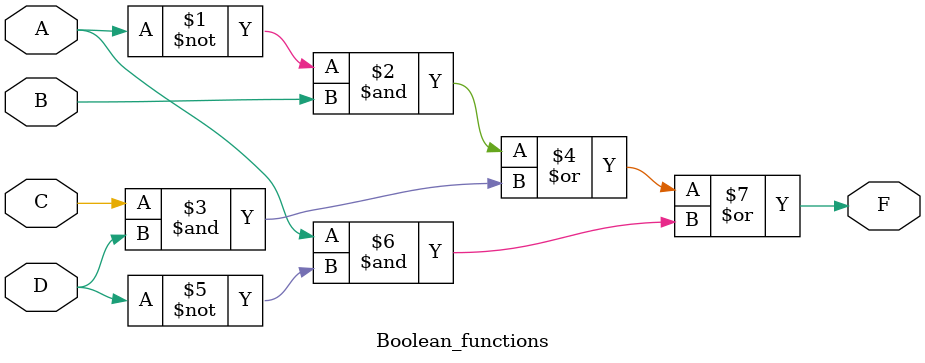
<source format=v>
module Boolean_functions ( 
    input  wire A, 
    input  wire B, 
    input  wire C, 
    input  wire D, 
    output wire F 
); 
 
assign F = (~A & B) | (C & D) | (A & ~D); 
 
endmodule 
 
</source>
